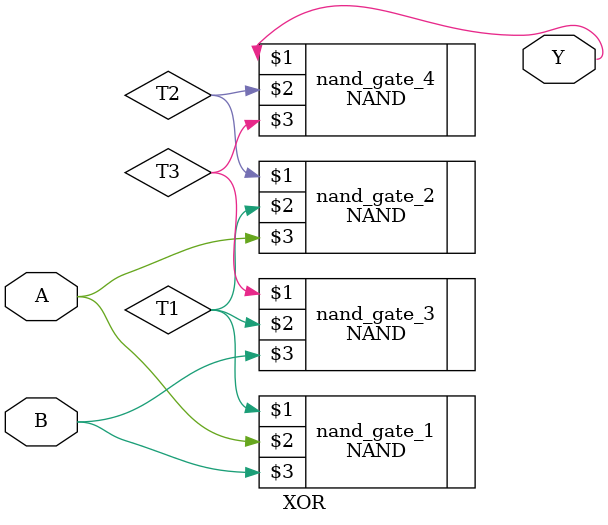
<source format=v>
`include "nand.v"

module XOR (
    output Y,
    input A, B
);

    wire T1, T2, T3;
    NAND nand_gate_1(T1, A, B);
    NAND nand_gate_2(T2, T1, A);
    NAND nand_gate_3(T3, T1, B);
    NAND nand_gate_4(Y, T2, T3);

endmodule
</source>
